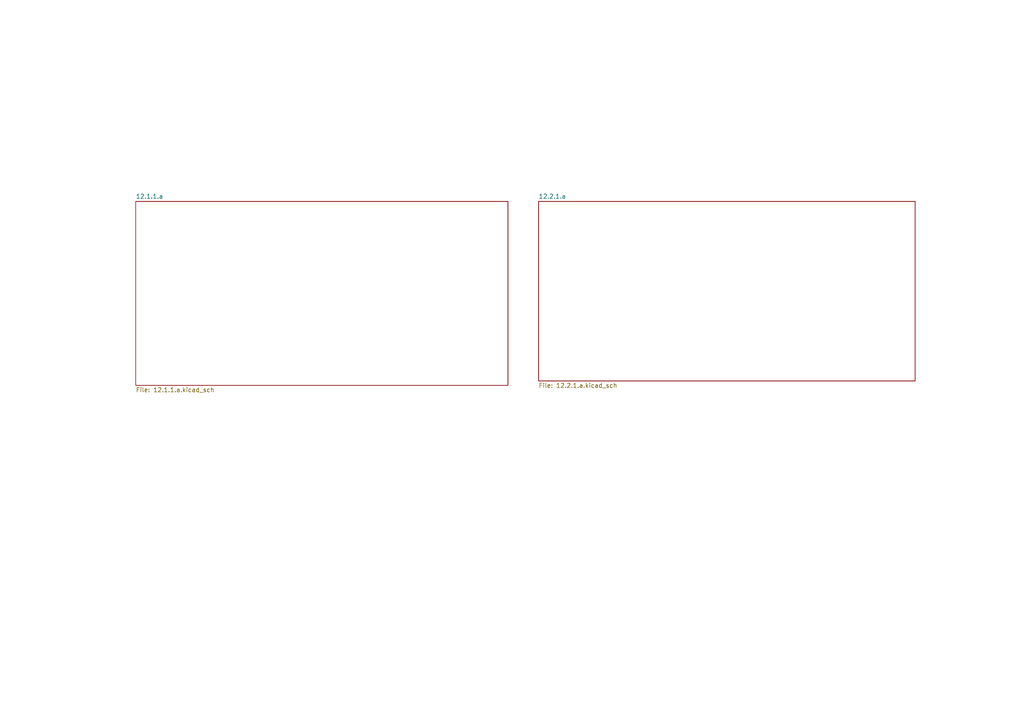
<source format=kicad_sch>
(kicad_sch (version 20230121) (generator eeschema)
  (paper "A4")
  (lib_symbols)
  (sheet (at 156.21 58.42) (size 109.22 52.07) (stroke (width 0.1524))
    (property "Sheetname" "12.2.1.a" (at 156.21 57.7084 0) (effects (justify left bottom)))
    (property "Sheetfile" "12.2.1.a.kicad_sch" (at 156.21 111.0746 0) (effects (justify left top)))
  )
  (sheet (at 39.37 58.42) (size 107.95 53.34) (stroke (width 0.1524))
    (property "Sheetname" "12.1.1.a" (at 39.37 57.7084 0) (effects (justify left bottom)))
    (property "Sheetfile" "12.1.1.a.kicad_sch" (at 39.37 112.3446 0) (effects (justify left top)))
  )
)
</source>
